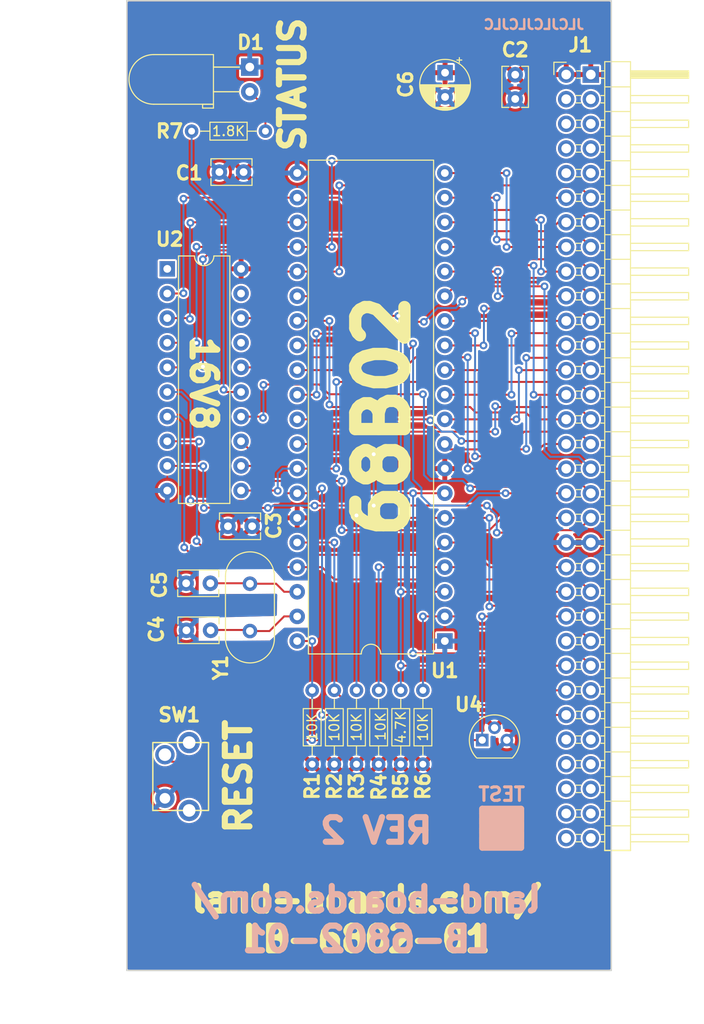
<source format=kicad_pcb>
(kicad_pcb (version 20240108) (generator "pcbnew") (generator_version "8.0")
  (title_block (title "LB-6809-01") (date "2024-09-12") (rev "2") (company "land-boards.com"))
  (layers (0 "F.Cu" signal) (31 "B.Cu" signal) (34 "B.Paste" user) (35 "F.Paste" user) (36 "B.SilkS" user "B.Silkscreen") (37 "F.SilkS" user "F.Silkscreen") (38 "B.Mask" user) (39 "F.Mask" user) (44 "Edge.Cuts" user))
  (net 0 "")
  (net 1 "GND")
  (net 2 "/CPUA11")
  (net 3 "/CPUA12")
  (net 4 "/CPUA13")
  (net 5 "/CPUA14")
  (net 6 "/CPUA15")
  (net 7 "/CPUD4")
  (net 8 "/CPUD3")
  (net 9 "/CPUD5")
  (net 10 "/CPUD6")
  (net 11 "/CPUA0")
  (net 12 "/CPUA1")
  (net 13 "/CPUD2")
  (net 14 "/CPUA2")
  (net 15 "/CPUD7")
  (net 16 "/CPUA3")
  (net 17 "/CPUD0")
  (net 18 "/CPUA4")
  (net 19 "/CPUD1")
  (net 20 "/CPUA5")
  (net 21 "/CPUA6")
  (net 22 "/CPUA7")
  (net 23 "/CPUA8")
  (net 24 "/CPUA9")
  (net 25 "/CPUA10")
  (net 26 "/CPUA18")
  (net 27 "/CPUA16")
  (net 28 "/CPUA17")
  (net 29 "/CPUCLK")
  (net 30 "/CPUA22")
  (net 31 "/CPUA23")
  (net 32 "/CPUA20")
  (net 33 "/CPUA21")
  (net 34 "/CPUA19")
  (net 35 "VCC")
  (net 36 "/~{IORQ}")
  (net 37 "/~{CPURESB}")
  (net 38 "/VPA")
  (net 39 "/~{IRQB}")
  (net 50 "/VPB")
  (net 51 "/~{NMIB}")
  (net 52 "/~{ABORT}")
  (net 53 "/VDA")
  (net 54 "/RDY")
  (net 55 "/CPUE")
  (net 56 "/RWB")
  (net 57 "/MLB")
  (net 58 "/~{MEMRD}")
  (net 59 "/~{RAMCS}")
  (net 60 "/~{IOCS}")
  (net 61 "/~{ROMCS}")
  (net 62 "/CPUMX")
  (net 63 "Net-(D1-A)")
  (net 66 "Net-(U1-EXTAL)")
  (net 67 "Net-(U1-XTAL)")
  (net 69 "/LED")
  (footprint "LandBoards_Conns:PinHeader_2x32_P2.54mm_Horizontal-FLIPPED" (layer "F.Cu") (at 177.35 54.615)
    (property "Reference" "J1")
    (property "Value" "Conn_02x32_Odd_Even")
  )
  (footprint "Package_DIP:DIP-40_W15.24mm" (layer "F.Cu") (at 164.8206 113.03 180)
    (property "Reference" "U1")
    (property "Value" "MC68B02")
  )
  (footprint "Resistor_THT:R_Axial_DIN0204_L3.6mm_D1.6mm_P7.62mm_Horizontal" (layer "F.Cu") (at 160.274 125.73 90)
    (property "Reference" "R5")
    (property "Value" "4.7K")
  )
  (footprint "Resistor_THT:R_Axial_DIN0204_L3.6mm_D1.6mm_P7.62mm_Horizontal" (layer "F.Cu") (at 151.13 125.73 90)
    (property "Reference" "R1")
    (property "Value" "10K")
  )
  (footprint "Resistor_THT:R_Axial_DIN0204_L3.6mm_D1.6mm_P7.62mm_Horizontal" (layer "F.Cu") (at 162.56 125.73 90)
    (property "Reference" "R6")
    (property "Value" "10K")
  )
  (footprint "Capacitor_THT:CP_Radial_D5.0mm_P2.50mm" (layer "F.Cu") (at 164.846 54.420888 -90)
    (property "Reference" "C6")
    (property "Value" "47uF")
  )
  (footprint "Resistor_THT:R_Axial_DIN0204_L3.6mm_D1.6mm_P7.62mm_Horizontal" (layer "F.Cu") (at 155.702 125.73 90)
    (property "Reference" "R3")
    (property "Value" "10K")
  )
  (footprint "Resistor_THT:R_Axial_DIN0204_L3.6mm_D1.6mm_P7.62mm_Horizontal" (layer "F.Cu") (at 157.988 125.73 90)
    (property "Reference" "R4")
    (property "Value" "10K")
  )
  (footprint "LandBoards_Marking:TEST_BLK-REAR" (layer "F.Cu") (at 170.688 132.334)
    (property "Reference" "TEST")
    (property "Value" "COUPON" (hide yes))
  )
  (footprint "Capacitor_THT:C_Rect_L4.0mm_W2.5mm_P2.50mm" (layer "F.Cu") (at 138.1452 111.924)
    (property "Reference" "C4")
    (property "Value" "8pF")
  )
  (footprint "Crystal:Crystal_HC49-4H_Vertical" (layer "F.Cu") (at 144.7038 112.0002 90)
    (property "Reference" "Y1")
    (property "Value" "8MHz")
  )
  (footprint "Package_DIP:DIP-20_W7.62mm" (layer "F.Cu") (at 136.1694 74.6506)
    (property "Reference" "U2")
    (property "Value" "GAL16V8")
  )
  (footprint "Capacitor_THT:C_Rect_L4.0mm_W2.5mm_P2.50mm" (layer "F.Cu") (at 141.5488 64.6684)
    (property "Reference" "C1")
    (property "Value" "0.1uF")
  )
  (footprint "Capacitor_THT:C_Rect_L4.0mm_W2.5mm_P2.50mm" (layer "F.Cu") (at 172.085 57.13 90)
    (property "Reference" "C2")
    (property "Value" "0.1uF")
  )
  (footprint "LED_THT:LED_D5.0mm_Horizontal_O3.81mm_Z9.0mm" (layer "F.Cu") (at 144.688 53.843 -90)
    (property "Reference" "D1")
    (property "Value" "LED_Small")
  )
  (footprint "LandBoards_Conns:SW_PUSH_VERT" (layer "F.Cu") (at 138.43 127 90)
    (property "Reference" "SW1")
    (property "Value" "SW_Push")
  )
  (footprint "Package_TO_SOT_THT:TO-92" (layer "F.Cu") (at 168.6814 123.2452)
    (property "Reference" "U4")
    (property "Value" "DS1813-5")
  )
  (footprint "Resistor_THT:R_Axial_DIN0204_L3.6mm_D1.6mm_P7.62mm_Horizontal" (layer "F.Cu") (at 146.304 60.452 180)
    (property "Reference" "R7")
    (property "Value" "1.8K")
  )
  (footprint "Resistor_THT:R_Axial_DIN0204_L3.6mm_D1.6mm_P7.62mm_Horizontal" (layer "F.Cu") (at 153.416 125.73 90)
    (property "Reference" "R2")
    (property "Value" "10K")
  )
  (footprint "Capacitor_THT:C_Rect_L4.0mm_W2.5mm_P2.50mm" (layer "F.Cu") (at 138.1198 107.0726)
    (property "Reference" "C5")
    (property "Value" "8pF")
  )
  (footprint "Capacitor_THT:C_Rect_L4.0mm_W2.5mm_P2.50mm" (layer "F.Cu") (at 142.4324 101.1936)
    (property "Reference" "C3")
    (property "Value" "0.1uF")
  )
  (gr_rect (start 132 47) (end 182 147) (stroke (width 0.15)) (fill none) (layer "Edge.Cuts"))
  (gr_text "land-boards.com/\nLB-6802-01" (at 156.718 141.732 0) (layer "B.SilkS") (effects (font (size 2.54 2.54) (thickness 0.635)) (justify mirror)))
  (gr_text "REV 2" (at 157.734 132.588 0) (layer "B.SilkS") (effects (font (size 2.54 2.54) (thickness 0.635)) (justify mirror)))
  (gr_text "JLCJLCJLCJLC" (at 179.324 50.038 0) (layer "B.SilkS") (effects (font (size 1 1) (thickness 0.25) (bold yes)) (justify left bottom mirror)))
  (gr_text "RESET" (at 143.51 127 90) (layer "F.SilkS") (effects (font (size 2.54 2.54) (thickness 0.635))))
  (gr_text "STATUS" (at 149.098 55.626 90) (layer "F.SilkS") (effects (font (size 2.54 2.54) (thickness 0.635))))
  (gr_text "68B02" (at 158.369 89.8398 90) (layer "F.SilkS") (effects (font (size 5.08 5.08) (thickness 1.27))))
  (gr_text "16V8" (at 139.9286 86.487 270) (layer "F.SilkS") (effects (font (size 2.54 2.54) (thickness 0.635))))
  (gr_text "land-boards.com/\nLB-6802-01" (at 156.718 141.732 0) (layer "F.SilkS") (effects (font (size 2.54 2.54) (thickness 0.635))))
  (segment (start 171.201 72.395) (end 171.196 72.39) (width 0.2032) (layer "F.Cu") (net 2))
  (segment (start 164.8206 64.77) (end 171.196 64.77) (width 0.2032) (layer "F.Cu") (net 2))
  (segment (start 171.201 72.395) (end 177.35 72.395) (width 0.2032) (layer "F.Cu") (net 2))
  (via (at 171.196 64.77) (size 0.8) (drill 0.4) (layers "F.Cu" "B.Cu") (net 2))
  (via (at 171.196 72.39) (size 0.8) (drill 0.4) (layers "F.Cu" "B.Cu") (net 2))
  (segment (start 171.196 72.39) (end 171.196 64.77) (width 0.2032) (layer "B.Cu") (net 2))
  (segment (start 137.9474 67.31) (end 149.5806 67.31) (width 0.2032) (layer "F.Cu") (net 3))
  (segment (start 153.924 67.31) (end 155.194 68.58) (width 0.2032) (layer "F.Cu") (net 3))
  (segment (start 178.615 68.58) (end 179.89 69.855) (width 0.2032) (layer "F.Cu") (net 3))
  (segment (start 137.8458 67.4116) (end 137.9474 67.31) (width 0.2032) (layer "F.Cu") (net 3))
  (segment (start 155.194 68.58) (end 178.615 68.58) (width 0.2032) (layer "F.Cu") (net 3))
  (segment (start 136.1694 77.1906) (end 137.8204 77.1906) (width 0.2032) (layer "F.Cu") (net 3))
  (segment (start 149.5806 67.31) (end 153.924 67.31) (width 0.2032) (layer "F.Cu") (net 3))
  (segment (start 137.8204 77.1906) (end 137.8458 77.1652) (width 0.2032) (layer "F.Cu") (net 3))
  (via (at 137.8458 67.4116) (size 0.8) (drill 0.4) (layers "F.Cu" "B.Cu") (net 3))
  (via (at 137.8458 77.1652) (size 0.8) (drill 0.4) (layers "F.Cu" "B.Cu") (net 3))
  (segment (start 137.8458 77.1652) (end 137.8458 67.4116) (width 0.2032) (layer "B.Cu") (net 3))
  (segment (start 176.525 69.855) (end 175.6156 70.7644) (width 0.2032) (layer "F.Cu") (net 4))
  (segment (start 169.0116 70.7644) (end 168.656 71.12) (width 0.2032) (layer "F.Cu") (net 4))
  (segment (start 138.6078 69.85) (end 149.5806 69.85) (width 0.2032) (layer "F.Cu") (net 4))
  (segment (start 175.6156 70.7644) (end 169.0116 70.7644) (width 0.2032) (layer "F.Cu") (net 4))
  (segment (start 138.43 79.7306) (end 138.5062 79.8068) (width 0.2032) (layer "F.Cu") (net 4))
  (segment (start 138.557 69.9008) (end 138.6078 69.85) (width 0.2032) (layer "F.Cu") (net 4))
  (segment (start 136.1694 79.7306) (end 138.43 79.7306) (width 0.2032) (layer "F.Cu") (net 4))
  (segment (start 168.656 71.12) (end 152.4 71.12) (width 0.2032) (layer "F.Cu") (net 4))
  (segment (start 152.4 71.12) (end 151.13 69.85) (width 0.2032) (layer "F.Cu") (net 4))
  (segment (start 177.35 69.855) (end 176.525 69.855) (width 0.2032) (layer "F.Cu") (net 4))
  (segment (start 151.13 69.85) (end 149.5806 69.85) (width 0.2032) (layer "F.Cu") (net 4))
  (via (at 138.5062 79.8068) (size 0.8) (drill 0.4) (layers "F.Cu" "B.Cu") (net 4))
  (via (at 138.557 69.9008) (size 0.8) (drill 0.4) (layers "F.Cu" "B.Cu") (net 4))
  (segment (start 138.5062 69.9516) (end 138.557 69.9008) (width 0.2032) (layer "B.Cu") (net 4))
  (segment (start 138.5062 79.8068) (end 138.5062 69.9516) (width 0.2032) (layer "B.Cu") (net 4))
  (segment (start 179.89 67.315) (end 178.786 66.211) (width 0.2032) (layer "F.Cu") (net 5))
  (segment (start 175.685 66.211) (end 172.974 63.5) (width 0.2032) (layer "F.Cu") (net 5))
  (segment (start 175.685 66.211) (end 178.786 66.211) (width 0.2032) (layer "F.Cu") (net 5))
  (segment (start 153.162 72.39) (end 149.5806 72.39) (width 0.2032) (layer "F.Cu") (net 5))
  (segment (start 139.2174 72.39) (end 149.5806 72.39) (width 0.2032) (layer "F.Cu") (net 5))
  (segment (start 172.974 63.5) (end 153.162 63.5) (width 0.2032) (layer "F.Cu") (net 5))
  (segment (start 136.1694 82.2706) (end 139.1666 82.2706) (width 0.2032) (layer "F.Cu") (net 5))
  (segment (start 139.192 72.3646) (end 139.2174 72.39) (width 0.2032) (layer "F.Cu") (net 5))
  (segment (start 139.1666 82.2706) (end 139.192 82.296) (width 0.2032) (layer "F.Cu") (net 5))
  (via (at 139.192 72.3646) (size 0.8) (drill 0.4) (layers "F.Cu" "B.Cu") (net 5))
  (via (at 139.192 82.296) (size 0.8) (drill 0.4) (layers "F.Cu" "B.Cu") (net 5))
  (via (at 153.162 72.39) (size 0.8) (drill 0.4) (layers "F.Cu" "B.Cu") (net 5))
  (via (at 153.162 63.5) (size 0.8) (drill 0.4) (layers "F.Cu" "B.Cu") (net 5))
  (segment (start 153.162 63.5) (end 153.162 72.39) (width 0.2032) (layer "B.Cu") (net 5))
  (segment (start 139.192 82.296) (end 139.192 72.3646) (width 0.2032) (layer "B.Cu") (net 5))
  (segment (start 153.924 74.93) (end 149.5806 74.93) (width 0.2032) (layer "F.Cu") (net 6))
  (segment (start 139.8455 73.66) (end 140.7599 72.7456) (width 0.2032) (layer "F.Cu") (net 6))
  (segment (start 148.2852 74.93) (end 149.5806 74.93) (width 0.2032) (layer "F.Cu") (net 6))
  (segment (start 140.7599 72.7456) (end 146.1008 72.7456) (width 0.2032) (layer "F.Cu") (net 6))
  (segment (start 146.1008 72.7456) (end 148.2852 74.93) (width 0.2032) (layer "F.Cu") (net 6))
  (segment (start 174.244 66.04) (end 153.924 66.04) (width 0.2032) (layer "F.Cu") (net 6))
  (segment (start 177.35 67.315) (end 175.519 67.315) (width 0.2032) (layer "F.Cu") (net 6))
  (segment (start 175.519 67.315) (end 174.244 66.04) (width 0.2032) (layer "F.Cu") (net 6))
  (segment (start 136.1694 84.8106) (end 139.7762 84.8106) (width 0.2032) (layer "F.Cu") (net 6))
  (segment (start 139.7762 84.8106) (end 139.8524 84.7344) (width 0.2032) (layer "F.Cu") (net 6))
  (via (at 153.924 74.93) (size 0.8) (drill 0.4) (layers "F.Cu" "B.Cu") (net 6))
  (via (at 139.8455 73.66) (size 0.8) (drill 0.4) (layers "F.Cu" "B.Cu") (net 6))
  (via (at 139.8524 84.7344) (size 0.8) (drill 0.4) (layers "F.Cu" "B.Cu") (net 6))
  (via (at 153.924 66.04) (size 0.8) (drill 0.4) (layers "F.Cu" "B.Cu") (net 6))
  (segment (start 153.924 66.04) (end 153.924 74.93) (width 0.2032) (layer "B.Cu") (net 6))
  (segment (start 139.8524 73.6669) (end 139.8455 73.66) (width 0.2032) (layer "B.Cu") (net 6))
  (segment (start 139.8524 84.7344) (end 139.8524 73.6669) (width 0.2032) (layer "B.Cu") (net 6))
  (segment (start 160.6804 84.8868) (end 161.798 83.7692) (width 0.2032) (layer "F.Cu") (net 7))
  (segment (start 160.6804 85.09) (end 160.6804 84.8868) (width 0.2032) (layer "F.Cu") (net 7))
  (segment (start 167.1828 95.25) (end 167.1878 95.255) (width 0.2032) (layer "F.Cu") (net 7))
  (segment (start 149.5806 85.09) (end 160.6804 85.09) (width 0.2032) (layer "F.Cu") (net 7))
  (segment (start 161.798 83.7692) (end 167.1828 83.7692) (width 0.2032) (layer "F.Cu") (net 7))
  (segment (start 167.1878 95.255) (end 177.35 95.255) (width 0.2032) (layer "F.Cu") (net 7))
  (via (at 167.1828 95.25) (size 0.8) (drill 0.4) (layers "F.Cu" "B.Cu") (net 7))
  (via (at 167.1828 83.7692) (size 0.8) (drill 0.4) (layers "F.Cu" "B.Cu") (net 7))
  (segment (start 167.1828 83.7692) (end 167.1828 95.25) (width 0.2032) (layer "B.Cu") (net 7))
  (segment (start 149.5806 87.63) (end 151.5872 87.63) (width 0.2032) (layer "F.Cu") (net 8))
  (segment (start 166.624 78.0288) (end 168.1988 76.454) (width 0.2032) (layer "F.Cu") (net 8))
  (segment (start 151.5364 81.3308) (end 159.116096 81.3308) (width 0.2032) (layer "F.Cu") (net 8))
  (segment (start 159.116096 81.3308) (end 160.335296 80.1116) (width 0.2032) (layer "F.Cu") (net 8))
  (segment (start 160.335296 80.1116) (end 162.6616 80.1116) (width 0.2032) (layer "F.Cu") (net 8))
  (segment (start 168.1988 76.454) (end 175.1076 76.454) (width 0.2032) (layer "F.Cu") (net 8))
  (via (at 162.6616 80.1116) (size 0.8) (drill 0.4) (layers "F.Cu" "B.Cu") (net 8))
  (via (at 166.624 78.0288) (size 0.8) (drill 0.4) (layers "F.Cu" "B.Cu") (net 8))
  (via (at 151.5872 87.63) (size 0.8) (drill 0.4) (layers "F.Cu" "B.Cu") (net 8))
  (via (at 151.5364 81.3308) (size 0.8) (drill 0.4) (layers "F.Cu" "B.Cu") (net 8))
  (via (at 175.1076 76.454) (size 0.8) (drill 0.4) (layers "F.Cu" "B.Cu") (net 8))
  (segment (start 162.6616 80.1116) (end 164.084 78.6892) (width 0.2032) (layer "B.Cu") (net 8))
  (segment (start 175.1076 93.4212) (end 175.7172 94.0308) (width 0.2032) (layer "B.Cu") (net 8))
  (segment (start 151.5872 81.3816) (end 151.5364 81.3308) (width 0.2032) (layer "B.Cu") (net 8))
  (segment (start 178.6658 94.0308) (end 179.89 95.255) (width 0.2032) (layer "B.Cu") (net 8))
  (segment (start 164.084 78.6892) (end 165.9636 78.6892) (width 0.2032) (layer "B.Cu") (net 8))
  (segment (start 151.5872 87.63) (end 151.5872 81.3816) (width 0.2032) (layer "B.Cu") (net 8))
  (segment (start 165.9636 78.6892) (end 166.624 78.0288) (width 0.2032) (layer "B.Cu") (net 8))
  (segment (start 175.1076 76.454) (end 175.1076 93.4212) (width 0.2032) (layer "B.Cu") (net 8))
  (segment (start 175.7172 94.0308) (end 178.6658 94.0308) (width 0.2032) (layer "B.Cu") (net 8))
  (segment (start 167.9448 93.98) (end 173.8426 93.98) (width 0.2032) (layer "F.Cu") (net 9))
  (segment (start 173.8426 93.98) (end 175.1076 92.715) (width 0.2032) (layer "F.Cu") (net 9))
  (segment (start 160.528 81.28) (end 167.9448 81.28) (width 0.2032) (layer "F.Cu") (net 9))
  (segment (start 149.5806 82.55) (end 159.258 82.55) (width 0.2032) (layer "F.Cu") (net 9))
  (segment (start 159.258 82.55) (end 160.528 81.28) (width 0.2032) (layer "F.Cu") (net 9))
  (segment (start 177.35 92.715) (end 175.1076 92.715) (width 0.2032) (layer "F.Cu") (net 9))
  (via (at 167.9448 81.28) (size 0.8) (drill 0.4) (layers "F.Cu" "B.Cu") (net 9))
  (via (at 167.9448 93.98) (size 0.8) (drill 0.4) (layers "F.Cu" "B.Cu") (net 9))
  (segment (start 167.894 93.9292) (end 167.9448 93.98) (width 0.2032) (layer "B.Cu") (net 9))
  (segment (start 167.894 85.2424) (end 167.894 93.9292) (width 0.2032) (layer "B.Cu") (net 9))
  (segment (start 167.9448 85.1916) (end 167.894 85.2424) (width 0.2032) (layer "B.Cu") (net 9))
  (segment (start 167.9448 81.28) (end 167.9448 85.1916) (width 0.2032) (layer "B.Cu") (net 9))
  (segment (start 152.908 80.01) (end 149.5806 80.01) (width 0.2032) (layer "F.Cu") (net 10))
  (segment (start 173.8934 90.175) (end 173.1772 89.4588) (width 0.2032) (layer "F.Cu") (net 10))
  (segment (start 153.162 88.9) (end 152.908 88.646) (width 0.2032) (layer "F.Cu") (net 10))
  (segment (start 167.9956 89.4588) (end 167.4368 88.9) (width 0.2032) (layer "F.Cu") (net 10))
  (segment (start 177.35 90.175) (end 173.8934 90.175) (width 0.2032) (layer "F.Cu") (net 10))
  (segment (start 167.4368 88.9) (end 153.162 88.9) (width 0.2032) (layer "F.Cu") (net 10))
  (segment (start 173.1772 89.4588) (end 167.9956 89.4588) (width 0.2032) (layer "F.Cu") (net 10))
  (via (at 152.908 88.646) (size 0.8) (drill 0.4) (layers "F.Cu" "B.Cu") (net 10))
  (via (at 152.908 80.01) (size 0.8) (drill 0.4) (layers "F.Cu" "B.Cu") (net 10))
  (segment (start 152.908 88.646) (end 152.908 80.01) (width 0.2032) (layer "B.Cu") (net 10))
  (segment (start 165.3794 93.2688) (end 173.1772 93.2688) (width 0.2032) (layer "F.Cu") (net 11))
  (segment (start 165.3794 93.2688) (end 164.8206 92.71) (width 0.2032) (layer "F.Cu") (net 11))
  (segment (start 173.1772 93.2688) (end 173.228 93.218) (width 0.2032) (layer "F.Cu") (net 11))
  (segment (start 179.89 85.095) (end 178.615 83.82) (width 0.2032) (layer "F.Cu") (net 11))
  (segment (start 178.615 83.82) (end 173.228 83.82) (width 0.2032) (layer "F.Cu") (net 11))
  (via (at 173.228 83.82) (size 0.8) (drill 0.4) (layers "F.Cu" "B.Cu") (net 11))
  (via (at 173.228 93.218) (size 0.8) (drill 0.4) (layers "F.Cu" "B.Cu") (net 11))
  (segment (start 173.228 93.218) (end 173.228 83.82) (width 0.2032) (layer "B.Cu") (net 11))
  (segment (start 164.8206 90.17) (end 172.212 90.17) (width 0.2032) (layer "F.Cu") (net 12))
  (segment (start 172.466 85.09) (end 172.471 85.095) (width 0.2032) (layer "F.Cu") (net 12))
  (segment (start 172.471 85.095) (end 177.35 85.095) (width 0.2032) (layer "F.Cu") (net 12))
  (via (at 172.212 90.17) (size 0.8) (drill 0.4) (layers "F.Cu" "B.Cu") (net 12))
  (via (at 172.466 85.09) (size 0.8) (drill 0.4) (layers "F.Cu" "B.Cu") (net 12))
  (segment (start 172.466 89.916) (end 172.466 85.09) (width 0.2032) (layer "B.Cu") (net 12))
  (segment (start 172.212 90.17) (end 172.466 89.916) (width 0.2032) (layer "B.Cu") (net 12))
  (segment (start 179.89 92.715) (end 178.615 91.44) (width 0.2032) (layer "F.Cu") (net 13))
  (segment (start 178.615 91.44) (end 173.0248 91.44) (width 0.2032) (layer "F.Cu") (net 13))
  (segment (start 166.5293 92.4052) (end 172.0596 92.4052) (width 0.2032) (layer "F.Cu") (net 13))
  (segment (start 163.2204 90.17) (end 149.5806 90.17) (width 0.2032) (layer "F.Cu") (net 13))
  (segment (start 172.0596 92.4052) (end 173.0248 91.44) (width 0.2032) (layer "F.Cu") (net 13))
  (segment (start 163.322 90.2716) (end 163.2204 90.17) (width 0.2032) (layer "F.Cu") (net 13))
  (via (at 166.5293 92.4052) (size 0.8) (drill 0.4) (layers "F.Cu" "B.Cu") (net 13))
  (via (at 163.322 90.2716) (size 0.8) (drill 0.4) (layers "F.Cu" "B.Cu") (net 13))
  (segment (start 166.5293 92.4052) (end 166.5293 92.3613) (width 0.2032) (layer "B.Cu") (net 13))
  (segment (start 165.608 91.44) (end 164.4904 91.44) (width 0.2032) (layer "B.Cu") (net 13))
  (segment (start 164.4904 91.44) (end 163.322 90.2716) (width 0.2032) (layer "B.Cu") (net 13))
  (segment (start 166.5293 92.3613) (end 165.608 91.44) (width 0.2032) (layer "B.Cu") (net 13))
  (segment (start 164.8206 87.63) (end 171.704 87.63) (width 0.2032) (layer "F.Cu") (net 14))
  (segment (start 171.7548 81.28) (end 171.704 81.3308) (width 0.2032) (layer "F.Cu") (net 14))
  (segment (start 178.615 81.28) (end 171.7548 81.28) (width 0.2032) (layer "F.Cu") (net 14))
  (segment (start 179.89 82.555) (end 178.615 81.28) (width 0.2032) (layer "F.Cu") (net 14))
  (via (at 171.704 87.63) (size 0.8) (drill 0.4) (layers "F.Cu" "B.Cu") (net 14))
  (via (at 171.704 81.3308) (size 0.8) (drill 0.4) (layers "F.Cu" "B.Cu") (net 14))
  (segment (start 171.704 81.3308) (end 171.704 87.63) (width 0.2032) (layer "B.Cu") (net 14))
  (segment (start 166.4208 73.6092) (end 158.3944 73.6092) (width 0.2032) (layer "F.Cu") (net 15))
  (segment (start 158.3944 73.6092) (end 154.5336 77.47) (width 0.2032) (layer "F.Cu") (net 15))
  (segment (start 173.995 87.635) (end 173.99 87.63) (width 0.2032) (layer "F.Cu") (net 15))
  (segment (start 167.0876 74.276) (end 166.4208 73.6092) (width 0.2032) (layer "F.Cu") (net 15))
  (segment (start 177.35 87.635) (end 173.995 87.635) (width 0.2032) (layer "F.Cu") (net 15))
  (segment (start 154.5336 77.47) (end 149.5806 77.47) (width 0.2032) (layer "F.Cu") (net 15))
  (segment (start 173.9525 74.276) (end 167.0876 74.276) (width 0.2032) (layer "F.Cu") (net 15))
  (segment (start 173.99 74.3135) (end 173.9525 74.276) (width 0.2032) (layer "F.Cu") (net 15))
  (via (at 173.99 87.63) (size 0.8) (drill 0.4) (layers "F.Cu" "B.Cu") (net 15))
  (via (at 173.99 74.3135) (size 0.8) (drill 0.4) (layers "F.Cu" "B.Cu") (net 15))
  (segment (start 173.99 87.63) (end 173.99 74.3135) (width 0.2032) (layer "B.Cu") (net 15))
  (segment (start 164.8206 85.09) (end 168.7626 85.09) (width 0.2032) (layer "F.Cu") (net 16))
  (segment (start 168.7626 85.09) (end 171.2976 82.555) (width 0.2032) (layer "F.Cu") (net 16))
  (segment (start 171.2976 82.555) (end 177.35 82.555) (width 0.2032) (layer "F.Cu") (net 16))
  (segment (start 143.7894 97.5106) (end 147.5486 97.5106) (width 0.2032) (layer "F.Cu") (net 17))
  (segment (start 147.5486 97.5106) (end 147.574 97.536) (width 0.2032) (layer "F.Cu") (net 17))
  (segment (start 153.6192 95.25) (end 149.5806 95.25) (width 0.2032) (layer "F.Cu") (net 17))
  (segment (start 153.6192 86.3092) (end 178.5642 86.3092) (width 0.2032) (layer "F.Cu") (net 17))
  (segment (start 178.5642 86.3092) (end 179.89 87.635) (width 0.2032) (layer "F.Cu") (net 17))
  (via (at 153.6192 95.25) (size 0.8) (drill 0.4) (layers "F.Cu" "B.Cu") (net 17))
  (via (at 153.6192 86.3092) (size 0.8) (drill 0.4) (layers "F.Cu" "B.Cu") (net 17))
  (via (at 147.574 97.536) (size 0.8) (drill 0.4) (layers "F.Cu" "B.Cu") (net 17))
  (segment (start 153.6192 86.3092) (end 153.6192 95.25) (width 0.2032) (layer "B.Cu") (net 17))
  (segment (start 147.574 97.536) (end 147.574 95.758) (width 0.2032) (layer "B.Cu") (net 17))
  (segment (start 147.574 95.758) (end 148.082 95.25) (width 0.2032) (layer "B.Cu") (net 17))
  (segment (start 148.082 95.25) (end 149.5806 95.25) (width 0.2032) (layer "B.Cu") (net 17))
  (segment (start 179.89 80.015) (end 178.615 78.74) (width 0.2032) (layer "F.Cu") (net 18))
  (segment (start 168.8592 78.74) (end 178.615 78.74) (width 0.2032) (layer "F.Cu") (net 18))
  (segment (start 164.8206 82.55) (end 168.8084 82.55) (width 0.2032) (layer "F.Cu") (net 18))
  (via (at 168.8592 78.74) (size 0.8) (drill 0.4) (layers "F.Cu" "B.Cu") (net 18))
  (via (at 168.8084 82.55) (size 0.8) (drill 0.4) (layers "F.Cu" "B.Cu") (net 18))
  (segment (start 168.8592 82.4992) (end 168.8592 78.74) (width 0.2032) (layer "B.Cu") (net 18))
  (segment (start 168.8592 82.4992) (end 168.8084 82.55) (width 0.2032) (layer "B.Cu") (net 18))
  (segment (start 170.1223 88.9) (end 170.0276 88.8053) (width 0.2032) (layer "F.Cu") (net 19))
  (segment (start 170.1223 88.9) (end 178.615 88.9) (width 0.2032) (layer "F.Cu") (net 19))
  (segment (start 153.0604 91.44) (end 151.7904 92.71) (width 0.2032) (layer "F.Cu") (net 19))
  (segment (start 170.0276 91.44) (end 153.0604 91.44) (width 0.2032) (layer "F.Cu") (net 19))
  (segment (start 179.89 90.175) (end 178.615 88.9) (width 0.2032) (layer "F.Cu") (net 19))
  (segment (start 151.7904 92.71) (end 149.5806 92.71) (width 0.2032) (layer "F.Cu") (net 19))
  (via (at 170.0276 91.44) (size 0.8) (drill 0.4) (layers "F.Cu" "B.Cu") (net 19))
  (via (at 170.0276 88.8053) (size 0.8) (drill 0.4) (layers "F.Cu" "B.Cu") (net 19))
  (segment (start 170.0276 91.44) (end 170.0276 88.8053) (width 0.2032) (layer "B.Cu") (net 19))
  (segment (start 177.35 80.015) (end 164.8256 80.015) (width 0.2032) (layer "F.Cu") (net 20))
  (segment (start 164.8206 77.47) (end 166.7764 75.5142) (width 0.2032) (layer "F.Cu") (net 21))
  (segment (start 166.8462 75.584) (end 175.66 75.584) (width 0.2032) (layer "F.Cu") (net 21))
  (segment (start 175.66 75.584) (end 176.276 76.2) (width 0.2032) (layer "F.Cu") (net 21))
  (segment (start 176.276 76.2) (end 178.615 76.2) (width 0.2032) (layer "F.Cu") (net 21))
  (segment (start 166.7764 75.5142) (end 166.8462 75.584) (width 0.2032) (layer "F.Cu") (net 21))
  (segment (start 178.615 76.2) (end 179.89 77.475) (width 0.2032) (layer "F.Cu") (net 21))
  (segment (start 177.35 77.475) (end 170.2866 77.475) (width 0.2032) (layer "F.Cu") (net 22))
  (segment (start 170.2866 77.475) (end 170.2816 77.47) (width 0.2032) (layer "F.Cu") (net 22))
  (segment (start 170.2816 74.93) (end 164.8206 74.93) (width 0.2032) (layer "F.Cu") (net 22))
  (via (at 170.2816 74.93) (size 0.8) (drill 0.4) (layers "F.Cu" "B.Cu") (net 22))
  (via (at 170.2816 77.47) (size 0.8) (drill 0.4) (layers "F.Cu" "B.Cu") (net 22))
  (segment (start 170.2816 77.47) (end 170.2816 74.93) (width 0.2032) (layer "B.Cu") (net 22))
  (segment (start 167.64 72.39) (end 164.8206 72.39) (width 0.2032) (layer "F.Cu") (net 23))
  (segment (start 168.91 73.66) (end 167.64 72.39) (width 0.2032) (layer "F.Cu") (net 23))
  (segment (start 178.615 73.66) (end 168.91 73.66) (width 0.2032) (layer "F.Cu") (net 23))
  (segment (start 179.89 74.935) (end 178.615 73.66) (width 0.2032) (layer "F.Cu") (net 23))
  (segment (start 166.624 69.596) (end 174.752 69.596) (width 0.2032) (layer "F.Cu") (net 24))
  (segment (start 174.757 74.935) (end 177.35 74.935) (width 0.2032) (layer "F.Cu") (net 24))
  (segment (start 164.8206 69.85) (end 166.37 69.85) (width 0.2032) (layer "F.Cu") (net 24))
  (segment (start 166.624 69.596) (end 166.37 69.85) (width 0.2032) (layer "F.Cu") (net 24))
  (segment (start 174.757 74.935) (end 174.752 74.93) (width 0.2032) (layer "F.Cu") (net 24))
  (via (at 174.752 69.596) (size 0.8) (drill 0.4) (layers "F.Cu" "B.Cu") (net 24))
  (via (at 174.752 74.93) (size 0.8) (drill 0.4) (layers "F.Cu" "B.Cu") (net 24))
  (segment (start 174.752 74.93) (end 174.752 69.596) (width 0.2032) (layer "B.Cu") (net 24))
  (segment (start 164.8206 67.31) (end 170.18 67.31) (width 0.2032) (layer "F.Cu") (net 25))
  (segment (start 175.768 71.628) (end 176.276 71.12) (width 0.2032) (layer "F.Cu") (net 25))
  (segment (start 178.615 71.12) (end 179.89 72.395) (width 0.2032) (layer "F.Cu") (net 25))
  (segment (start 176.276 71.12) (end 178.615 71.12) (width 0.2032) (layer "F.Cu") (net 25))
  (segment (start 170.18 71.628) (end 175.768 71.628) (width 0.2032) (layer "F.Cu") (net 25))
  (via (at 170.18 67.31) (size 0.8) (drill 0.4) (layers "F.Cu" "B.Cu") (net 25))
  (via (at 170.18 71.628) (size 0.8) (drill 0.4) (layers "F.Cu" "B.Cu") (net 25))
  (segment (start 170.18 67.31) (end 170.18 71.628) (width 0.2032) (layer "B.Cu") (net 25))
  (segment (start 168.6814 123.2452) (end 151.13 123.2452) (width 0.2032) (layer "F.Cu") (net 37))
  (segment (start 168.656 110.49) (end 168.661 110.495) (width 0.2032) (layer "F.Cu") (net 37))
  (segment (start 148.2808 123.2452) (end 146.05 125.476) (width 0.2032) (layer "F.Cu") (net 37))
  (segment (start 149.5806 113.03) (end 151.13 113.03) (width 0.2032) (layer "F.Cu") (net 37))
  (segment (start 136.656 125.476) (end 135.93 124.75) (width 0.2032) (layer "F.Cu") (net 37))
  (segment (start 168.661 110.495) (end 177.35 110.495) (width 0.2032) (layer "F.Cu") (net 37))
  (segment (start 151.13 123.2452) (end 148.2808 123.2452) (width 0.2032) (layer "F.Cu") (net 37))
  (segment (start 146.05 125.476) (end 136.656 125.476) (width 0.2032) (layer "F.Cu") (net 37))
  (via (at 151.13 123.2452) (size 0.8) (drill 0.4) (layers "F.Cu" "B.Cu") (net 37))
  (via (at 151.13 113.03) (size 0.8) (drill 0.4) (layers "F.Cu" "B.Cu") (net 37))
  (via (at 168.656 110.49) (size 0.8) (drill 0.4) (layers "F.Cu" "B.Cu") (net 37))
  (segment (start 151.13 118.11) (end 151.13 123.2452) (width 0.2032) (layer "B.Cu") (net 37))
  (segment (start 151.13 113.03) (end 151.13 118.11) (width 0.2032) (layer "B.Cu") (net 37))
  (segment (start 168.6814 110.5154) (end 168.656 110.49) (width 0.2032) (layer "B.Cu") (net 37))
  (segment (start 168.6814 123.2452) (end 168.6814 110.5154) (width 0.2032) (layer "B.Cu") (net 37))
  (segment (start 139.4206 92.4306) (end 136.1694 92.4306) (width 0.2032) (layer "F.Cu") (net 38))
  (segment (start 163.6268 104.0638) (end 164.8206 102.87) (width 0.2032) (layer "F.Cu") (net 38))
  (segment (start 169.4738 105.415) (end 166.9288 102.87) (width 0.2032) (layer "F.Cu") (net 38))
  (segment (start 163.6268 104.14) (end 163.6268 104.0638) (width 0.2032) (layer "F.Cu") (net 38))
  (segment (start 140.6075 104.14) (end 163.6268 104.14) (width 0.2032) (layer "F.Cu") (net 38))
  (segment (start 166.9288 102.87) (end 164.8206 102.87) (width 0.2032) (layer "F.Cu") (net 38))
  (segment (start 139.446 92.456) (end 139.4206 92.4306) (width 0.2032) (layer "F.Cu") (net 38))
  (segment (start 177.35 105.415) (end 169.4738 105.415) (width 0.2032) (layer "F.Cu") (net 38))
  (segment (start 139.192 102.7245) (end 140.6075 104.14) (width 0.2032) (layer "F.Cu") (net 38))
  (via (at 139.446 92.456) (size 0.8) (drill 0.4) (layers "F.Cu" "B.Cu") (net 38))
  (via (at 139.192 102.7245) (size 0.8) (drill 0.4) (layers "F.Cu" "B.Cu") (net 38))
  (segment (start 139.2295 102.687) (end 139.2295 92.6725) (width 0.2032) (layer "B.Cu") (net 38))
  (segment (start 139.2295 92.6725) (end 139.446 92.456) (width 0.2032) (layer "B.Cu") (net 38))
  (segment (start 139.192 102.7245) (end 139.2295 102.687) (width 0.2032) (layer "B.Cu") (net 38))
  (segment (start 167.5892 106.68) (end 178.615 106.68) (width 0.2032) (layer "F.Cu") (net 39))
  (segment (start 166.3192 105.41) (end 167.5892 106.68) (width 0.2032) (layer "F.Cu") (net 39))
  (segment (start 178.615 106.68) (end 179.89 107.955) (width 0.2032) (layer "F.Cu") (net 39))
  (segment (start 164.8206 105.41) (end 157.988 105.41) (width 0.2032) (layer "F.Cu") (net 39))
  (segment (start 164.8206 105.41) (end 166.3192 105.41) (width 0.2032) (layer "F.Cu") (net 39))
  (via (at 157.988 105.41) (size 0.8) (drill 0.4) (layers "F.Cu" "B.Cu") (net 39))
  (segment (start 157.988 105.41) (end 157.988 118.11) (width 0.2032) (layer "B.Cu") (net 39))
  (segment (start 149.5806 105.41) (end 152.146 105.41) (width 0.2032) (layer "F.Cu") (net 50))
  (segment (start 167.0862 107.955) (end 177.35 107.955) (width 0.2032) (layer "F.Cu") (net 50))
  (segment (start 149.5806 105.41) (end 139.954 105.41) (width 0.2032) (layer "F.Cu") (net 50))
  (segment (start 139.954 105.41) (end 137.922 103.378) (width 0.2032) (layer "F.Cu") (net 50))
  (segment (start 153.416 106.68) (end 165.8112 106.68) (width 0.2032) (layer "F.Cu") (net 50))
  (segment (start 152.146 105.41) (end 153.416 106.68) (width 0.2032) (layer "F.Cu") (net 50))
  (segment (start 165.8112 106.68) (end 167.0862 107.955) (width 0.2032) (layer "F.Cu") (net 50))
  (via (at 137.922 103.378) (size 0.8) (drill 0.4) (layers "F.Cu" "B.Cu") (net 50))
  (segment (start 137.922 90.424) (end 137.3886 89.8906) (width 0.2032) (layer "B.Cu") (net 50))
  (segment (start 137.922 103.378) (end 137.922 90.424) (width 0.2032) (layer "B.Cu") (net 50))
  (segment (start 137.3886 89.8906) (end 136.1694 89.8906) (width 0.2032) (layer "B.Cu") (net 50))
  (segment (start 169.418 100.33) (end 164.8206 100.33) (width 0.2032) (layer "F.Cu") (net 51))
  (segment (start 178.786 109.391) (end 169.501 109.391) (width 0.2032) (layer "F.Cu") (net 51))
  (segment (start 155.956 100.33) (end 155.702 100.076) (width 0.2032) (layer "F.Cu") (net 51))
  (segment (start 164.8206 100.33) (end 155.956 100.33) (width 0.2032) (layer "F.Cu") (net 51))
  (segment (start 169.501 109.391) (end 169.418 109.474) (width 0.2032) (layer "F.Cu") (net 51))
  (segment (start 179.89 110.495) (end 178.786 109.391) (width 0.2032) (layer "F.Cu") (net 51))
  (via (at 169.418 109.474) (size 0.8) (drill 0.4) (layers "F.Cu" "B.Cu") (net 51))
  (via (at 155.702 100.076) (size 0.8) (drill 0.4) (layers "F.Cu" "B.Cu") (net 51))
  (via (at 169.418 100.33) (size 0.8) (drill 0.4) (layers "F.Cu" "B.Cu") (net 51))
  (segment (start 169.418 109.474) (end 169.418 100.33) (width 0.2032) (layer "B.Cu") (net 51))
  (segment (start 155.702 100.076) (end 155.702 118.11) (width 0.2032) (layer "B.Cu") (net 51))
  (segment (start 178.615 111.76) (end 168.148 111.76) (width 0.2032) (layer "F.Cu") (net 52))
  (segment (start 166.878 110.49) (end 164.8206 110.49) (width 0.2032) (layer "F.Cu") (net 52))
  (segment (start 164.8206 110.49) (end 162.56 110.49) (width 0.2032) (layer "F.Cu") (net 52))
  (segment (start 179.89 113.035) (end 178.615 111.76) (width 0.2032) (layer "F.Cu") (net 52))
  (segment (start 168.148 111.76) (end 166.878 110.49) (width 0.2032) (layer "F.Cu") (net 52))
  (via (at 162.56 110.49) (size 0.8) (drill 0.4) (layers "F.Cu" "B.Cu") (net 52))
  (segment (start 162.56 110.49) (end 162.56 118.11) (width 0.2032) (layer "B.Cu") (net 52))
  (segment (start 151.384 99.06) (end 155.956 99.06) (width 0.2032) (layer "F.Cu") (net 53))
  (segment (start 161.544 97.79) (end 157.226 97.79) (width 0.2032) (layer "F.Cu") (net 53))
  (segment (start 161.544 114.3) (end 178.615 114.3) (width 0.2032) (layer "F.Cu") (net 53))
  (segment (start 139.992 99.276) (end 146.558 99.306842) (width 0.2032) (layer "F.Cu") (net 53))
  (segment (start 157.226 97.79) (end 155.956 99.06) (width 0.2032) (layer "F.Cu") (net 53))
  (segment (start 161.544 97.79) (end 164.8206 97.79) (width 0.2032) (layer "F.Cu") (net 53))
  (segment (start 136.1694 94.9706) (end 139.8576 94.9706) (width 0.2032) (layer "F.Cu") (net 53))
  (segment (start 139.954 99.314) (end 139.992 99.276) (width 0.2032) (layer "F.Cu") (net 53))
  (segment (start 178.615 114.3) (end 179.89 115.575) (width 0.2032) (layer "F.Cu") (net 53))
  (segment (start 139.8576 94.9706) (end 139.883 94.996) (width 0.2032) (layer "F.Cu") (net 53))
  (via (at 139.883 94.996) (size 0.8) (drill 0.4) (layers "F.Cu" "B.Cu") (net 53))
  (via (at 146.558 99.306842) (size 0.8) (drill 0.4) (layers "F.Cu" "B.Cu") (net 53))
  (via (at 161.544 97.79) (size 0.8) (drill 0.4) (layers "F.Cu" "B.Cu") (net 53))
  (via (at 151.384 99.06) (size 0.8) (drill 0.4) (layers "F.Cu" "B.Cu") (net 53))
  (via (at 161.544 114.3) (size 0.8) (drill 0.4) (layers "F.Cu" "B.Cu") (net 53))
  (via (at 139.954 99.314) (size 0.8) (drill 0.4) (layers "F.Cu" "B.Cu") (net 53))
  (segment (start 161.544 114.3) (end 161.544 97.79) (width 0.2032) (layer "B.Cu") (net 53))
  (segment (start 147.066 99.06) (end 151.384 99.06) (width 0.2032) (layer "B.Cu") (net 53))
  (segment (start 139.883 99.243) (end 139.954 99.314) (width 0.2032) (layer "B.Cu") (net 53))
  (segment (start 147.066 99.06) (end 146.819158 99.306842) (width 0.2032) (layer "B.Cu") (net 53))
  (segment (start 146.819158 99.306842) (end 146.558 99.306842) (width 0.2032) (layer "B.Cu") (net 53))
  (segment (start 139.883 94.996) (end 139.883 99.243) (width 0.2032) (layer "B.Cu") (net 53))
  (segment (start 160.02 79.502) (end 153.416 79.502) (width 0.2032) (layer "F.Cu") (net 54))
  (segment (start 177.35 115.575) (end 160.279 115.575) (width 0.2032) (layer "F.Cu") (net 54))
  (segment (start 160.279 115.575) (end 160.274 115.57) (width 0.2032) (layer "F.Cu") (net 54))
  (segment (start 164.8206 107.95) (end 160.274 107.95) (width 0.2032) (layer "F.Cu") (net 54))
  (segment (start 152.654 78.74) (end 146.812 78.74) (width 0.2032) (layer "F.Cu") (net 54))
  (segment (start 146.812 78.74) (end 145.8214 79.7306) (width 0.2032) (layer "F.Cu") (net 54))
  (segment (start 145.8214 79.7306) (end 143.7894 79.7306) (width 0.2032) (layer "F.Cu") (net 54))
  (segment (start 153.416 79.502) (end 152.654 78.74) (width 0.2032) (layer "F.Cu") (net 54))
  (via (at 160.02 79.502) (size 0.8) (drill 0.4) (layers "F.Cu" "B.Cu") (net 54))
  (via (at 160.274 115.57) (size 0.8) (drill 0.4) (layers "F.Cu" "B.Cu") (net 54))
  (via (at 160.274 107.95) (size 0.8) (drill 0.4) (layers "F.Cu" "B.Cu") (net 54))
  (segment (start 160.274 107.95) (end 160.274 79.756) (width 0.2032) (layer "B.Cu") (net 54))
  (segment (start 160.274 107.95) (end 160.274 118.11) (width 0.2032) (layer "B.Cu") (net 54))
  (segment (start 160.274 79.756) (end 160.02 79.502) (width 0.2032) (layer "B.Cu") (net 54))
  (segment (start 172.476 119.634) (end 154.94 119.634) (width 0.2032) (layer "F.Cu") (net 55))
  (segment (start 177.35 118.115) (end 173.995 118.115) (width 0.2032) (layer "F.Cu") (net 55))
  (segment (start 149.5806 102.87) (end 153.416 102.87) (width 0.2032) (layer "F.Cu") (net 55))
  (segment (start 154.94 119.634) (end 153.416 118.11) (width 0.2032) (layer "F.Cu") (net 55))
  (segment (start 173.995 118.115) (end 172.476 119.634) (width 0.2032) (layer "F.Cu") (net 55))
  (via (at 153.416 102.87) (size 0.8) (drill 0.4) (layers "F.Cu" "B.Cu") (net 55))
  (segment (start 153.416 102.87) (end 153.416 118.11) (width 0.2032) (layer "B.Cu") (net 55))
  (segment (start 151.638 97.79) (end 152.146 97.282) (width 0.2032) (layer "F.Cu") (net 56))
  (segment (start 177.35 120.655) (end 152.151 120.655) (width 0.2032) (layer "F.Cu") (net 56))
  (segment (start 138.5881 98.5646) (end 138.5755 98.552) (width 0.2032) (layer "F.Cu") (net 56))
  (segment (start 149.5806 97.79) (end 148.336 97.79) (width 0.2032) (layer "F.Cu") (net 56))
  (segment (start 149.5806 97.79) (end 151.638 97.79) (width 0.2032) (layer "F.Cu") (net 56))
  (segment (start 147.5614 98.5646) (end 138.5881 98.5646) (width 0.2032) (layer "F.Cu") (net 56))
  (segment (start 148.336 97.79) (end 147.5614 98.5646) (width 0.2032) (layer "F.Cu") (net 56))
  (segment (start 152.151 120.655) (end 152.146 120.65) (width 0.2032) (layer "F.Cu") (net 56))
  (via (at 138.5755 98.552) (size 0.8) (drill 0.4) (layers "F.Cu" "B.Cu") (net 56))
  (via (at 152.146 120.65) (size 0.8) (drill 0.4) (layers "F.Cu" "B.Cu") (net 56))
  (via (at 152.146 97.282) (size 0.8) (drill 0.4) (layers "F.Cu" "B.Cu") (net 56))
  (segment (start 152.146 97.282) (end 152.146 120.65) (width 0.2032) (layer "B.Cu") (net 56))
  (segment (start 137.6426 87.3506) (end 136.1694 87.3506) (width 0.2032) (layer "B.Cu") (net 56))
  (segment (start 138.5755 98.552) (end 138.5755 88.2835) (width 0.2032) (layer "B.Cu") (net 56))
  (segment (start 138.5755 88.2835) (end 137.6426 87.3506) (width 0.2032) (layer "B.Cu") (net 56))
  (segment (start 179.89 97.795) (end 178.615 96.52) (width 0.2032) (layer "F.Cu") (net 58))
  (segment (start 151.854 86.576) (end 146.1388 86.576) (width 0.2032) (layer "F.Cu") (net 58))
  (segment (start 146.1388 86.576) (end 146.1008 86.614) (width 0.2032) (layer "F.Cu") (net 58))
  (segment (start 173.9392 97.1296) (end 167.5892 97.1296) (width 0.2032) (layer "F.Cu") (net 58))
  (segment (start 174.5488 96.52) (end 173.9392 97.1296) (width 0.2032) (layer "F.Cu") (net 58))
  (segment (start 162.56 87.5792) (end 152.8572 87.5792) (width 0.2032) (layer "F.Cu") (net 58))
  (segment (start 146.05 90.0176) (end 145.923 89.8906) (width 0.2032) (layer "F.Cu") (net 58))
  (segment (start 152.8572 87.5792) (end 151.854 86.576) (width 0.2032) (layer "F.Cu") (net 58))
  (segment (start 145.923 89.8906) (end 143.7894 89.8906) (width 0.2032) (layer "F.Cu") (net 58))
  (segment (start 167.5892 97.1296) (end 167.4368 97.282) (width 0.2032) (layer "F.Cu") (net 58))
  (segment (start 178.615 96.52) (end 174.5488 96.52) (width 0.2032) (layer "F.Cu") (net 58))
  (via (at 162.56 87.5792) (size 0.8) (drill 0.4) (layers "F.Cu" "B.Cu") (net 58))
  (via (at 146.05 90.0176) (size 0.8) (drill 0.4) (layers "F.Cu" "B.Cu") (net 58))
  (via (at 146.1008 86.614) (size 0.8) (drill 0.4) (layers "F.Cu" "B.Cu") (net 58))
  (via (at 167.4368 97.282) (size 0.8) (drill 0.4) (layers "F.Cu" "B.Cu") (net 58))
  (segment (start 146.1008 86.614) (end 146.1008 89.9668) (width 0.2032) (layer "B.Cu") (net 58))
  (segment (start 162.56 87.5792) (end 162.668 87.6872) (width 0.2032) (layer "B.Cu") (net 58))
  (segment (start 162.668 95.9168) (end 163.2712 96.52) (width 0.2032) (layer "B.Cu") (net 58))
  (segment (start 166.6748 96.52) (end 167.4368 97.282) (width 0.2032) (layer "B.Cu") (net 58))
  (segment (start 162.668 87.6872) (end 162.668 95.9168) (width 0.2032) (layer "B.Cu") (net 58))
  (segment (start 146.1008 89.9668) (end 146.05 90.0176) (width 0.2032) (layer "B.Cu") (net 58))
  (segment (start 163.2712 96.52) (end 166.6748 96.52) (width 0.2032) (layer "B.Cu") (net 58))
  (segment (start 160.3248 83.7692) (end 161.544 82.55) (width 0.2032) (layer "F.Cu") (net 59))
  (segment (start 148.6916 83.7692) (end 160.3248 83.7692) (width 0.2032) (layer "F.Cu") (net 59))
  (segment (start 143.7894 84.8106) (end 147.6502 84.8106) (width 0.2032) (layer "F.Cu") (net 59))
  (segment (start 161.544 82.55) (end 161.544 82.3468) (width 0.2032) (layer "F.Cu") (net 59))
  (segment (start 171.0994 97.795) (end 171.0944 97.79) (width 0.2032) (layer "F.Cu") (net 59))
  (segment (start 177.35 97.795) (end 171.0994 97.795) (width 0.2032) (layer "F.Cu") (net 59))
  (segment (start 147.6502 84.8106) (end 148.6916 83.7692) (width 0.2032) (layer "F.Cu") (net 59))
  (via (at 171.0944 97.79) (size 0.8) (drill 0.4) (layers "F.Cu" "B.Cu") (net 59))
  (via (at 161.544 82.3468) (size 0.8) (drill 0.4) (layers "F.Cu" "B.Cu") (net 59))
  (segment (start 161.544 96.3676) (end 162.4076 97.2312) (width 0.2032) (layer "B.Cu") (net 59))
  (segment (start 166.9288 99.06) (end 168.1988 97.79) (width 0.2032) (layer "B.Cu") (net 59))
  (segment (start 162.4076 98.0948) (end 163.3728 99.06) (width 0.2032) (layer "B.Cu") (net 59))
  (segment (start 161.544 82.3468) (end 161.544 96.3676) (width 0.2032) (layer "B.Cu") (net 59))
  (segment (start 163.3728 99.06) (end 166.9288 99.06) (width 0.2032) (layer "B.Cu") (net 59))
  (segment (start 168.1988 97.79) (end 171.0944 97.79) (width 0.2032) (layer "B.Cu") (net 59))
  (segment (start 162.4076 97.2312) (end 162.4076 98.0948) (width 0.2032) (layer "B.Cu") (net 59))
  (segment (start 170.942 101.854) (end 170.18 101.854) (width 0.2032) (layer "F.Cu") (net 60))
  (segment (start 164.084 99.06) (end 162.306 99.06) (width 0.2032) (layer "F.Cu") (net 60))
  (segment (start 171.196 101.6) (end 170.942 101.854) (width 0.2032) (layer "F.Cu") (net 60))
  (segment (start 169.164 99.06) (end 157.48 99.06) (width 0.2032) (layer "F.Cu") (net 60))
  (segment (start 150.114 93.98) (end 145.3388 93.98) (width 0.2032) (layer "F.Cu") (net 60))
  (segment (start 150.33 93.764) (end 150.114 93.98) (width 0.2032) (layer "F.Cu") (net 60))
  (segment (start 145.3388 93.98) (end 143.7894 92.4306) (width 0.2032) (layer "F.Cu") (net 60))
  (segment (start 169.164 99.06) (end 164.084 99.06) (width 0.2032) (layer "F.Cu") (net 60))
  (segment (start 179.89 100.335) (end 178.625 101.6) (width 0.2032) (layer "F.Cu") (net 60))
  (segment (start 178.625 101.6) (end 171.196 101.6) (width 0.2032) (layer "F.Cu") (net 60))
  (segment (start 157.48 93.764) (end 150.33 93.764) (width 0.2032) (layer "F.Cu") (net 60))
  (via (at 169.164 99.06) (size 0.8) (drill 0.4) (layers "F.Cu" "B.Cu") (net 60))
  (via (at 157.48 93.764) (size 0.8) (drill 0.4) (layers "F.Cu" "B.Cu") (net 60))
  (via (at 157.48 99.06) (size 0.8) (drill 0.4) (layers "F.Cu" "B.Cu") (net 60))
  (via (at 170.18 101.854) (size 0.8) (drill 0.4) (layers "F.Cu" "B.Cu") (net 60))
  (segment (start 157.48 99.06) (end 157.48 93.764) (width 0.2032) (layer "B.Cu") (net 60))
  (segment (start 170.18 101.854) (end 170.18 100.076) (width 0.2032) (layer "B.Cu") (net 60))
  (segment (start 170.18 100.076) (end 169.164 99.06) (width 0.2032) (layer "B.Cu") (net 60))
  (segment (start 177.35 100.335) (end 170.693 100.335) (width 0.2032) (layer "F.Cu") (net 61))
  (segment (start 146.812 96.52) (end 145.2626 94.9706) (width 0.2032) (layer "F.Cu") (net 61))
  (segment (start 169.428 101.6) (end 154.178 101.6) (width 0.2032) (layer "F.Cu") (net 61))
  (segment (start 154.178 96.52) (end 146.812 96.52) (width 0.2032) (layer "F.Cu") (net 61))
  (segment (start 145.2626 94.9706) (end 143.7894 94.9706) (width 0.2032) (layer "F.Cu") (net 61))
  (segment (start 170.693 100.335) (end 169.428 101.6) (width 0.2032) (layer "F.Cu") (net 61))
  (via (at 154.178 101.6) (size 0.8) (drill 0.4) (layers "F.Cu" "B.Cu") (net 61))
  (via (at 154.178 96.52) (size 0.8) (drill 0.4) (layers "F.Cu" "B.Cu") (net 61))
  (segment (start 154.178 101.6) (end 154.178 96.52) (width 0.2032) (layer "B.Cu") (net 61))
  (segment (start 146.304 57.999) (end 146.304 60.452) (width 0.2032) (layer "F.Cu") (net 63))
  (segment (start 144.688 56.383) (end 146.304 57.999) (width 0.2032) (layer "F.Cu") (net 63))
  (segment (start 144.8562 111.8902) (end 140.6568 111.8902) (width 0.2032) (layer "F.Cu") (net 66))
  (segment (start 144.7038 112.0002) (end 146.7242 112.0002) (width 0.2032) (layer "F.Cu") (net 66))
  (segment (start 146.7242 112.0002) (end 148.2344 110.49) (width 0.2032) (layer "F.Cu") (net 66))
  (segment (start 148.2344 110.49) (end 149.5806 110.49) (width 0.2032) (layer "F.Cu") (net 66))
  (segment (start 144.7038 107.1202) (end 147.4046 107.1202) (width 0.2032) (layer "F.Cu") (net 67))
  (segment (start 148.2344 107.95) (end 149.5806 107.95) (width 0.2032) (layer "F.Cu") (net 67))
  (segment (start 147.4046 107.1202) (end 148.2344 107.95) (width 0.2032) (layer "F.Cu") (net 67))
  (segment (start 140.589 107.0726) (end 144.7938 107.0726) (width 0.2032) (layer "F.Cu") (net 67))
  (segment (start 142.2146 87.3506) (end 141.986 87.122) (width 0.2032) (layer "F.Cu") (net 69))
  (segment (start 143.7894 87.3506) (end 142.2146 87.3506) (width 0.2032) (layer "F.Cu") (net 69))
  (via (at 141.986 87.122) (size 0.8) (drill 0.4) (layers "F.Cu" "B.Cu") (net 69))
  (segment (start 141.986 69.088) (end 138.684 65.786) (width 0.2032) (layer "B.Cu") (net 69))
  (segment (start 141.986 87.122) (end 141.986 69.088) (width 0.2032) (layer "B.Cu") (net 69))
  (segment (start 138.684 65.786) (end 138.684 60.452) (width 0.2032) (layer "B.Cu") (net 69))
  (zone (net 35) (net_name "VCC") (layer "F.Cu") (connect_pads (clearance 0.2032)) (min_thickness 0.254) (fill yes (thermal_gap 0.4064) (thermal_bridge_width 0.508))
    (polygon (pts (xy 182.245 147.11) (xy 132.08 147.11) (xy 132.08 46.99) (xy 182.245 46.99)))
  )
  (zone (net 0) (net_name "") (layers "F&B.Cu") (connect_pads (clearance 0)) (min_thickness 0.25)
    (keepout (tracks allowed) (vias allowed) (pads allowed) (copperpour not_allowed) (footprints allowed))
    (fill (thermal_gap 0.5) (thermal_bridge_width 0.5))
    (polygon (pts (xy 139.403035 110.642427) (xy 147.4724 110.4392) (xy 147.5232 108.1532) (xy 139.411444 108.203881) (xy 139.4206 105.6502) (xy 147.1168 105.6132) (xy 148.1836 106.7816) (xy 150.702115 106.781499) (xy 150.71899 111.658416) (xy 148.2344 111.6584) (xy 146.7612 112.9792) (xy 139.3952 113.0162)))
  )
  (zone (net 1) (net_name "GND") (layer "B.Cu") (connect_pads (clearance 0.2032)) (min_thickness 0.254) (fill yes (thermal_gap 0.508) (thermal_bridge_width 0.508))
    (polygon (pts (xy 182.245 147.11) (xy 132.08 147.11) (xy 132.08 46.99) (xy 182.245 46.99)))
  )
)
</source>
